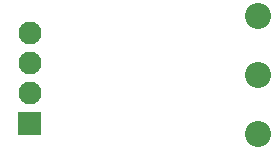
<source format=gbs>
G04 Layer: BottomSolderMaskLayer*
G04 EasyEDA v6.4.7, 2020-10-21T08:40:06+11:00*
G04 167876914e964c2ea181e253bf9821b7,8b00c40d607e4de580d566db1ee26a9b,10*
G04 Gerber Generator version 0.2*
G04 Scale: 100 percent, Rotated: No, Reflected: No *
G04 Dimensions in millimeters *
G04 leading zeros omitted , absolute positions ,3 integer and 3 decimal *
%FSLAX33Y33*%
%MOMM*%
G90*
D02*

%ADD19C,1.953260*%
%ADD22C,2.203196*%

%LPD*%
G54D19*
G01X4064Y13208D03*
G01X4064Y10668D03*
G01X4064Y8128D03*
G36*
G01X3086Y4610D02*
G01X3086Y6563D01*
G01X5039Y6563D01*
G01X5039Y4610D01*
G01X3086Y4610D01*
G37*
G54D22*
G01X23368Y14657D03*
G01X23368Y9657D03*
G01X23368Y4657D03*
M00*
M02*

</source>
